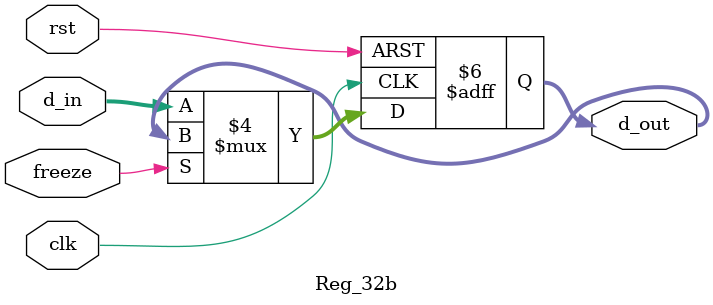
<source format=v>

module Reg_32b (d_in, rst, clk, freeze, d_out);
  input [31:0] d_in;
  input rst, clk, freeze;
  output [31:0] d_out;
  reg [31:0] d_out;
  
  always @(posedge clk , posedge rst)
  begin
    if (rst==1'b1)
      d_out <= 32'd0;
    else if (freeze)
      d_out <= d_out;
    else
      d_out <= d_in;
  end
  
endmodule

</source>
